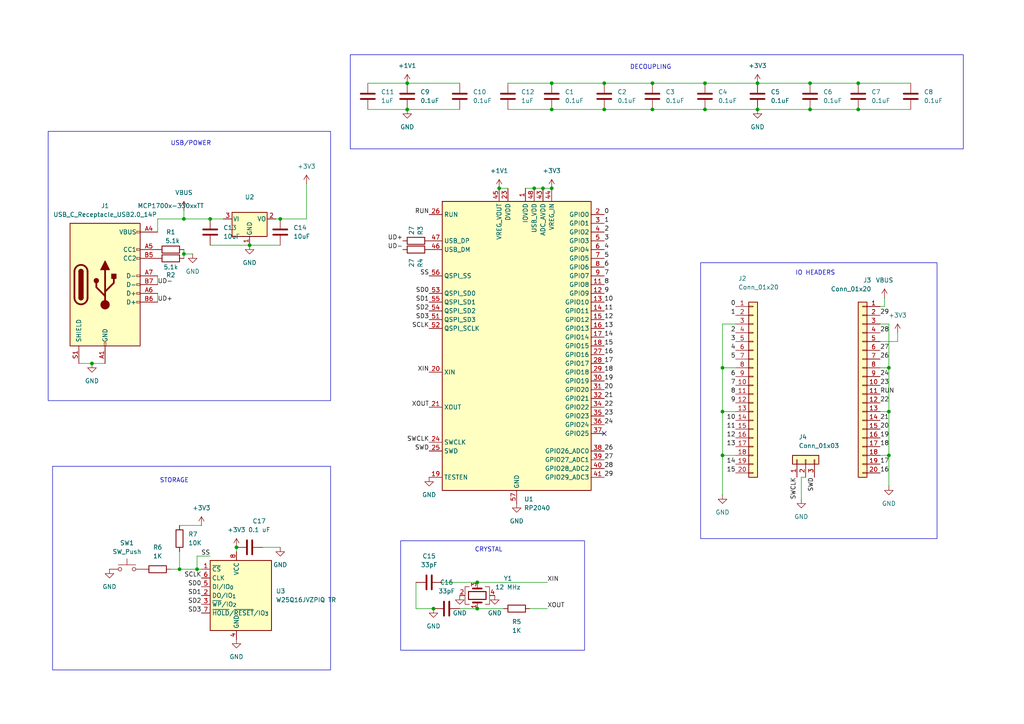
<source format=kicad_sch>
(kicad_sch (version 20250114) (generator "eeschema") (generator_version "9.0")
  (paper "A4")
  (lib_symbols
    (symbol "Connector:USB_C_Receptacle_USB2.0_14P" (pin_names (offset 1.016))
      (property "Reference" "J" (at 0 22.225 0))
      (property "Value" "USB_C_Receptacle_USB2.0_14P" (at 0 19.685 0))
      (symbol "USB_C_Receptacle_USB2.0_14P_0_0"
        (rectangle (start -0.254 -17.78) (end 0.254 -16.764))
        (rectangle (start 10.16 15.494) (end 9.144 14.986))
        (rectangle (start 10.16 10.414) (end 9.144 9.906))
        (rectangle (start 10.16 7.874) (end 9.144 7.366))
        (rectangle (start 10.16 2.794) (end 9.144 2.286))
        (rectangle (start 10.16 0.254) (end 9.144 -0.254))
        (rectangle (start 10.16 -2.286) (end 9.144 -2.794))
        (rectangle (start 10.16 -4.826) (end 9.144 -5.334))
      )
      (symbol "USB_C_Receptacle_USB2.0_14P_0_1"
        (rectangle (start -10.16 17.78) (end 10.16 -17.78) (stroke (width 0.254)) (fill (type background)))
        (polyline (pts (xy -8.89 -3.81) (xy -8.89 3.81)) (stroke (width 0.508)))
        (rectangle (start -7.62 -3.81) (end -6.35 3.81) (stroke (width 0.254)) (fill (type outline)))
        (arc (start -7.62 3.81) (mid -6.985 4.4423) (end -6.35 3.81) (stroke (width 0.254)))
        (arc (start -7.62 3.81) (mid -6.985 4.4423) (end -6.35 3.81) (stroke (width 0.254)) (fill (type outline)))
        (arc (start -8.89 3.81) (mid -6.985 5.7067) (end -5.08 3.81) (stroke (width 0.508)))
        (arc (start -5.08 -3.81) (mid -6.985 -5.7067) (end -8.89 -3.81) (stroke (width 0.508)))
        (arc (start -6.35 -3.81) (mid -6.985 -4.4423) (end -7.62 -3.81) (stroke (width 0.254)))
        (arc (start -6.35 -3.81) (mid -6.985 -4.4423) (end -7.62 -3.81) (stroke (width 0.254)) (fill (type outline)))
        (polyline (pts (xy -5.08 3.81) (xy -5.08 -3.81)) (stroke (width 0.508)))
        (circle (center -2.54 1.143) (radius 0.635) (stroke (width 0.254)) (fill (type outline)))
        (polyline (pts (xy -1.27 4.318) (xy 0 6.858) (xy 1.27 4.318) (xy -1.27 4.318)) (stroke (width 0.254)) (fill (type outline)))
        (polyline (pts (xy 0 -2.032) (xy 2.54 0.508) (xy 2.54 1.778)) (stroke (width 0.508)))
        (polyline (pts (xy 0 -3.302) (xy -2.54 -0.762) (xy -2.54 0.508)) (stroke (width 0.508)))
        (polyline (pts (xy 0 -5.842) (xy 0 4.318)) (stroke (width 0.508)))
        (circle (center 0 -5.842) (radius 1.27) (fill (type outline)))
        (rectangle (start 1.905 1.778) (end 3.175 3.048) (stroke (width 0.254)) (fill (type outline)))
      )
      (symbol "USB_C_Receptacle_USB2.0_14P_1_1"
        (pin passive line (at -7.62 -22.86 90) (length 5.08) (name "SHIELD") (number "S1"))
        (pin passive line (at 0 -22.86 90) (length 5.08) (name "GND") (number "A1"))
        (pin passive line (at 0 -22.86 90) (length 5.08) (hide yes) (name "GND") (number "A12"))
        (pin passive line (at 0 -22.86 90) (length 5.08) (hide yes) (name "GND") (number "B1"))
        (pin passive line (at 0 -22.86 90) (length 5.08) (hide yes) (name "GND") (number "B12"))
        (pin passive line (at 15.24 15.24 180) (length 5.08) (name "VBUS") (number "A4"))
        (pin passive line (at 15.24 15.24 180) (length 5.08) (hide yes) (name "VBUS") (number "A9"))
        (pin passive line (at 15.24 15.24 180) (length 5.08) (hide yes) (name "VBUS") (number "B4"))
        (pin passive line (at 15.24 15.24 180) (length 5.08) (hide yes) (name "VBUS") (number "B9"))
        (pin bidirectional line (at 15.24 10.16 180) (length 5.08) (name "CC1") (number "A5"))
        (pin bidirectional line (at 15.24 7.62 180) (length 5.08) (name "CC2") (number "B5"))
        (pin bidirectional line (at 15.24 2.54 180) (length 5.08) (name "D-") (number "A7"))
        (pin bidirectional line (at 15.24 0 180) (length 5.08) (name "D-") (number "B7"))
        (pin bidirectional line (at 15.24 -2.54 180) (length 5.08) (name "D+") (number "A6"))
        (pin bidirectional line (at 15.24 -5.08 180) (length 5.08) (name "D+") (number "B6"))
      )
    )
    (symbol "Connector_Generic:Conn_01x03" (pin_names (offset 1.016) (hide yes))
      (property "Reference" "J" (at 0 5.08 0))
      (property "Value" "Conn_01x03" (at 0 -5.08 0))
      (symbol "Conn_01x03_1_1"
        (rectangle (start -1.27 3.81) (end 1.27 -3.81) (stroke (width 0.254)) (fill (type background)))
        (rectangle (start -1.27 2.667) (end 0 2.413) (stroke (width 0.1524)))
        (rectangle (start -1.27 0.127) (end 0 -0.127) (stroke (width 0.1524)))
        (rectangle (start -1.27 -2.413) (end 0 -2.667) (stroke (width 0.1524)))
        (pin passive line (at -5.08 2.54 0) (length 3.81) (name "Pin_1") (number "1"))
        (pin passive line (at -5.08 0 0) (length 3.81) (name "Pin_2") (number "2"))
        (pin passive line (at -5.08 -2.54 0) (length 3.81) (name "Pin_3") (number "3"))
      )
    )
    (symbol "Connector_Generic:Conn_01x20" (pin_names (offset 1.016) (hide yes))
      (property "Reference" "J" (at 0 25.4 0))
      (property "Value" "Conn_01x20" (at 0 -27.94 0))
      (symbol "Conn_01x20_1_1"
        (rectangle (start -1.27 24.13) (end 1.27 -26.67) (stroke (width 0.254)) (fill (type background)))
        (rectangle (start -1.27 22.987) (end 0 22.733) (stroke (width 0.1524)))
        (rectangle (start -1.27 20.447) (end 0 20.193) (stroke (width 0.1524)))
        (rectangle (start -1.27 17.907) (end 0 17.653) (stroke (width 0.1524)))
        (rectangle (start -1.27 15.367) (end 0 15.113) (stroke (width 0.1524)))
        (rectangle (start -1.27 12.827) (end 0 12.573) (stroke (width 0.1524)))
        (rectangle (start -1.27 10.287) (end 0 10.033) (stroke (width 0.1524)))
        (rectangle (start -1.27 7.747) (end 0 7.493) (stroke (width 0.1524)))
        (rectangle (start -1.27 5.207) (end 0 4.953) (stroke (width 0.1524)))
        (rectangle (start -1.27 2.667) (end 0 2.413) (stroke (width 0.1524)))
        (rectangle (start -1.27 0.127) (end 0 -0.127) (stroke (width 0.1524)))
        (rectangle (start -1.27 -2.413) (end 0 -2.667) (stroke (width 0.1524)))
        (rectangle (start -1.27 -4.953) (end 0 -5.207) (stroke (width 0.1524)))
        (rectangle (start -1.27 -7.493) (end 0 -7.747) (stroke (width 0.1524)))
        (rectangle (start -1.27 -10.033) (end 0 -10.287) (stroke (width 0.1524)))
        (rectangle (start -1.27 -12.573) (end 0 -12.827) (stroke (width 0.1524)))
        (rectangle (start -1.27 -15.113) (end 0 -15.367) (stroke (width 0.1524)))
        (rectangle (start -1.27 -17.653) (end 0 -17.907) (stroke (width 0.1524)))
        (rectangle (start -1.27 -20.193) (end 0 -20.447) (stroke (width 0.1524)))
        (rectangle (start -1.27 -22.733) (end 0 -22.987) (stroke (width 0.1524)))
        (rectangle (start -1.27 -25.273) (end 0 -25.527) (stroke (width 0.1524)))
        (pin passive line (at -5.08 22.86 0) (length 3.81) (name "Pin_1") (number "1"))
        (pin passive line (at -5.08 20.32 0) (length 3.81) (name "Pin_2") (number "2"))
        (pin passive line (at -5.08 17.78 0) (length 3.81) (name "Pin_3") (number "3"))
        (pin passive line (at -5.08 15.24 0) (length 3.81) (name "Pin_4") (number "4"))
        (pin passive line (at -5.08 12.7 0) (length 3.81) (name "Pin_5") (number "5"))
        (pin passive line (at -5.08 10.16 0) (length 3.81) (name "Pin_6") (number "6"))
        (pin passive line (at -5.08 7.62 0) (length 3.81) (name "Pin_7") (number "7"))
        (pin passive line (at -5.08 5.08 0) (length 3.81) (name "Pin_8") (number "8"))
        (pin passive line (at -5.08 2.54 0) (length 3.81) (name "Pin_9") (number "9"))
        (pin passive line (at -5.08 0 0) (length 3.81) (name "Pin_10") (number "10"))
        (pin passive line (at -5.08 -2.54 0) (length 3.81) (name "Pin_11") (number "11"))
        (pin passive line (at -5.08 -5.08 0) (length 3.81) (name "Pin_12") (number "12"))
        (pin passive line (at -5.08 -7.62 0) (length 3.81) (name "Pin_13") (number "13"))
        (pin passive line (at -5.08 -10.16 0) (length 3.81) (name "Pin_14") (number "14"))
        (pin passive line (at -5.08 -12.7 0) (length 3.81) (name "Pin_15") (number "15"))
        (pin passive line (at -5.08 -15.24 0) (length 3.81) (name "Pin_16") (number "16"))
        (pin passive line (at -5.08 -17.78 0) (length 3.81) (name "Pin_17") (number "17"))
        (pin passive line (at -5.08 -20.32 0) (length 3.81) (name "Pin_18") (number "18"))
        (pin passive line (at -5.08 -22.86 0) (length 3.81) (name "Pin_19") (number "19"))
        (pin passive line (at -5.08 -25.4 0) (length 3.81) (name "Pin_20") (number "20"))
      )
    )
    (symbol "Device:C" (pin_numbers (hide yes)) (pin_names (offset 0.254))
      (property "Reference" "C" (at 0.635 2.54 0))
      (property "Value" "C" (at 0.635 -2.54 0))
      (symbol "C_0_1"
        (polyline (pts (xy -2.032 0.762) (xy 2.032 0.762)) (stroke (width 0.508)))
        (polyline (pts (xy -2.032 -0.762) (xy 2.032 -0.762)) (stroke (width 0.508)))
      )
      (symbol "C_1_1"
        (pin passive line (at 0 3.81 270) (length 2.794) (name "~") (number "1"))
        (pin passive line (at 0 -3.81 90) (length 2.794) (name "~") (number "2"))
      )
    )
    (symbol "Device:Crystal_GND24" (pin_names (offset 1.016) (hide yes))
      (property "Reference" "Y" (at 3.175 5.08 0))
      (property "Value" "Crystal_GND24" (at 3.175 3.175 0))
      (symbol "Crystal_GND24_0_1"
        (polyline (pts (xy -2.54 2.286) (xy -2.54 3.556) (xy 2.54 3.556) (xy 2.54 2.286)))
        (polyline (pts (xy -2.54 0) (xy -2.032 0)))
        (polyline (pts (xy -2.54 -2.286) (xy -2.54 -3.556) (xy 2.54 -3.556) (xy 2.54 -2.286)))
        (polyline (pts (xy -2.032 -1.27) (xy -2.032 1.27)) (stroke (width 0.508)))
        (rectangle (start -1.143 2.54) (end 1.143 -2.54) (stroke (width 0.3048)))
        (polyline (pts (xy 0 3.556) (xy 0 3.81)))
        (polyline (pts (xy 0 -3.81) (xy 0 -3.556)))
        (polyline (pts (xy 2.032 0) (xy 2.54 0)))
        (polyline (pts (xy 2.032 -1.27) (xy 2.032 1.27)) (stroke (width 0.508)))
      )
      (symbol "Crystal_GND24_1_1"
        (pin passive line (at -3.81 0 0) (length 1.27) (name "1") (number "1"))
        (pin passive line (at 0 5.08 270) (length 1.27) (name "2") (number "2"))
        (pin passive line (at 0 -5.08 90) (length 1.27) (name "4") (number "4"))
        (pin passive line (at 3.81 0 180) (length 1.27) (name "3") (number "3"))
      )
    )
    (symbol "Device:R" (pin_numbers (hide yes)) (pin_names (offset 0))
      (property "Reference" "R" (at 2.032 0 90))
      (property "Value" "R" (at 0 0 90))
      (symbol "R_0_1"
        (rectangle (start -1.016 -2.54) (end 1.016 2.54) (stroke (width 0.254)))
      )
      (symbol "R_1_1"
        (pin passive line (at 0 3.81 270) (length 1.27) (name "~") (number "1"))
        (pin passive line (at 0 -3.81 90) (length 1.27) (name "~") (number "2"))
      )
    )
    (symbol "MCU_RaspberryPi:RP2040"
      (property "Reference" "U" (at 17.78 45.72 0))
      (property "Value" "RP2040" (at 17.78 43.18 0))
      (symbol "RP2040_0_1"
        (rectangle (start -21.59 41.91) (end 21.59 -41.91) (stroke (width 0.254)) (fill (type background)))
      )
      (symbol "RP2040_1_1"
        (pin input line (at -25.4 38.1 0) (length 3.81) (name "RUN") (number "26"))
        (pin bidirectional line (at -25.4 30.48 0) (length 3.81) (name "USB_DP") (number "47"))
        (pin bidirectional line (at -25.4 27.94 0) (length 3.81) (name "USB_DM") (number "46"))
        (pin bidirectional line (at -25.4 20.32 0) (length 3.81) (name "QSPI_SS") (number "56"))
        (pin bidirectional line (at -25.4 15.24 0) (length 3.81) (name "QSPI_SD0") (number "53"))
        (pin bidirectional line (at -25.4 12.7 0) (length 3.81) (name "QSPI_SD1") (number "55"))
        (pin bidirectional line (at -25.4 10.16 0) (length 3.81) (name "QSPI_SD2") (number "54"))
        (pin bidirectional line (at -25.4 7.62 0) (length 3.81) (name "QSPI_SD3") (number "51"))
        (pin output line (at -25.4 5.08 0) (length 3.81) (name "QSPI_SCLK") (number "52"))
        (pin input line (at -25.4 -7.62 0) (length 3.81) (name "XIN") (number "20"))
        (pin passive line (at -25.4 -17.78 0) (length 3.81) (name "XOUT") (number "21"))
        (pin input line (at -25.4 -27.94 0) (length 3.81) (name "SWCLK") (number "24"))
        (pin bidirectional line (at -25.4 -30.48 0) (length 3.81) (name "SWD") (number "25"))
        (pin input line (at -25.4 -38.1 0) (length 3.81) (name "TESTEN") (number "19"))
        (pin power_out line (at -5.08 45.72 270) (length 3.81) (name "VREG_VOUT") (number "45"))
        (pin power_in line (at -2.54 45.72 270) (length 3.81) (name "DVDD") (number "23"))
        (pin passive line (at -2.54 45.72 270) (length 3.81) (hide yes) (name "DVDD") (number "50"))
        (pin power_in line (at 0 -45.72 90) (length 3.81) (name "GND") (number "57"))
        (pin power_in line (at 2.54 45.72 270) (length 3.81) (name "IOVDD") (number "1"))
        (pin passive line (at 2.54 45.72 270) (length 3.81) (hide yes) (name "IOVDD") (number "10"))
        (pin passive line (at 2.54 45.72 270) (length 3.81) (hide yes) (name "IOVDD") (number "22"))
        (pin passive line (at 2.54 45.72 270) (length 3.81) (hide yes) (name "IOVDD") (number "33"))
        (pin passive line (at 2.54 45.72 270) (length 3.81) (hide yes) (name "IOVDD") (number "42"))
        (pin passive line (at 2.54 45.72 270) (length 3.81) (hide yes) (name "IOVDD") (number "49"))
        (pin power_in line (at 5.08 45.72 270) (length 3.81) (name "USB_VDD") (number "48"))
        (pin power_in line (at 7.62 45.72 270) (length 3.81) (name "ADC_AVDD") (number "43"))
        (pin power_in line (at 10.16 45.72 270) (length 3.81) (name "VREG_IN") (number "44"))
        (pin bidirectional line (at 25.4 38.1 180) (length 3.81) (name "GPIO0") (number "2"))
        (pin bidirectional line (at 25.4 35.56 180) (length 3.81) (name "GPIO1") (number "3"))
        (pin bidirectional line (at 25.4 33.02 180) (length 3.81) (name "GPIO2") (number "4"))
        (pin bidirectional line (at 25.4 30.48 180) (length 3.81) (name "GPIO3") (number "5"))
        (pin bidirectional line (at 25.4 27.94 180) (length 3.81) (name "GPIO4") (number "6"))
        (pin bidirectional line (at 25.4 25.4 180) (length 3.81) (name "GPIO5") (number "7"))
        (pin bidirectional line (at 25.4 22.86 180) (length 3.81) (name "GPIO6") (number "8"))
        (pin bidirectional line (at 25.4 20.32 180) (length 3.81) (name "GPIO7") (number "9"))
        (pin bidirectional line (at 25.4 17.78 180) (length 3.81) (name "GPIO8") (number "11"))
        (pin bidirectional line (at 25.4 15.24 180) (length 3.81) (name "GPIO9") (number "12"))
        (pin bidirectional line (at 25.4 12.7 180) (length 3.81) (name "GPIO10") (number "13"))
        (pin bidirectional line (at 25.4 10.16 180) (length 3.81) (name "GPIO11") (number "14"))
        (pin bidirectional line (at 25.4 7.62 180) (length 3.81) (name "GPIO12") (number "15"))
        (pin bidirectional line (at 25.4 5.08 180) (length 3.81) (name "GPIO13") (number "16"))
        (pin bidirectional line (at 25.4 2.54 180) (length 3.81) (name "GPIO14") (number "17"))
        (pin bidirectional line (at 25.4 0 180) (length 3.81) (name "GPIO15") (number "18"))
        (pin bidirectional line (at 25.4 -2.54 180) (length 3.81) (name "GPIO16") (number "27"))
        (pin bidirectional line (at 25.4 -5.08 180) (length 3.81) (name "GPIO17") (number "28"))
        (pin bidirectional line (at 25.4 -7.62 180) (length 3.81) (name "GPIO18") (number "29"))
        (pin bidirectional line (at 25.4 -10.16 180) (length 3.81) (name "GPIO19") (number "30"))
        (pin bidirectional line (at 25.4 -12.7 180) (length 3.81) (name "GPIO20") (number "31"))
        (pin bidirectional line (at 25.4 -15.24 180) (length 3.81) (name "GPIO21") (number "32"))
        (pin bidirectional line (at 25.4 -17.78 180) (length 3.81) (name "GPIO22") (number "34"))
        (pin bidirectional line (at 25.4 -20.32 180) (length 3.81) (name "GPIO23") (number "35"))
        (pin bidirectional line (at 25.4 -22.86 180) (length 3.81) (name "GPIO24") (number "36"))
        (pin bidirectional line (at 25.4 -25.4 180) (length 3.81) (name "GPIO25") (number "37"))
        (pin bidirectional line (at 25.4 -30.48 180) (length 3.81) (name "GPIO26_ADC0") (number "38"))
        (pin bidirectional line (at 25.4 -33.02 180) (length 3.81) (name "GPIO27_ADC1") (number "39"))
        (pin bidirectional line (at 25.4 -35.56 180) (length 3.81) (name "GPIO28_ADC2") (number "40"))
        (pin bidirectional line (at 25.4 -38.1 180) (length 3.81) (name "GPIO29_ADC3") (number "41"))
      )
    )
    (symbol "Memory_Flash:W25Q128JVS"
      (property "Reference" "U" (at -6.35 11.43 0))
      (property "Value" "W25Q128JVS" (at 7.62 11.43 0))
      (symbol "W25Q128JVS_0_1"
        (rectangle (start -7.62 10.16) (end 10.16 -10.16) (stroke (width 0.254)) (fill (type background)))
      )
      (symbol "W25Q128JVS_1_1"
        (pin input line (at -10.16 7.62 0) (length 2.54) (name "~{CS}") (number "1"))
        (pin input line (at -10.16 5.08 0) (length 2.54) (name "CLK") (number "6"))
        (pin bidirectional line (at -10.16 2.54 0) (length 2.54) (name "DI/IO_{0}") (number "5"))
        (pin bidirectional line (at -10.16 0 0) (length 2.54) (name "DO/IO_{1}") (number "2"))
        (pin bidirectional line (at -10.16 -2.54 0) (length 2.54) (name "~{WP}/IO_{2}") (number "3"))
        (pin bidirectional line (at -10.16 -5.08 0) (length 2.54) (name "~{HOLD}/~{RESET}/IO_{3}") (number "7"))
        (pin power_in line (at 0 12.7 270) (length 2.54) (name "VCC") (number "8"))
        (pin power_in line (at 0 -12.7 90) (length 2.54) (name "GND") (number "4"))
      )
    )
    (symbol "Regulator_Linear:MCP1700x-330xxTT" (pin_names (offset 0.254))
      (property "Reference" "U" (at -3.81 3.175 0))
      (property "Value" "MCP1700x-330xxTT" (at 0 3.175 0))
      (symbol "MCP1700x-330xxTT_0_1"
        (rectangle (start -5.08 1.905) (end 5.08 -5.08) (stroke (width 0.254)) (fill (type background)))
      )
      (symbol "MCP1700x-330xxTT_1_1"
        (pin power_in line (at -7.62 0 0) (length 2.54) (name "VI") (number "3"))
        (pin power_in line (at 0 -7.62 90) (length 2.54) (name "GND") (number "1"))
        (pin power_out line (at 7.62 0 180) (length 2.54) (name "VO") (number "2"))
      )
    )
    (symbol "Switch:SW_Push" (pin_numbers (hide yes)) (pin_names (offset 1.016) (hide yes))
      (property "Reference" "SW" (at 1.27 2.54 0))
      (property "Value" "SW_Push" (at 0 -1.524 0))
      (symbol "SW_Push_0_1"
        (circle (center -2.032 0) (radius 0.508))
        (polyline (pts (xy 0 1.27) (xy 0 3.048)))
        (circle (center 2.032 0) (radius 0.508))
        (polyline (pts (xy 2.54 1.27) (xy -2.54 1.27)))
        (pin passive line (at -5.08 0 0) (length 2.54) (name "1") (number "1"))
        (pin passive line (at 5.08 0 180) (length 2.54) (name "2") (number "2"))
      )
    )
    (symbol "power:+1V1" (power) (pin_numbers (hide yes)) (pin_names (offset 0) (hide yes))
      (property "Value" "+1V1" (at 0 3.556 0))
      (symbol "+1V1_0_1"
        (polyline (pts (xy -0.762 1.27) (xy 0 2.54)))
        (polyline (pts (xy 0 2.54) (xy 0.762 1.27)))
        (polyline (pts (xy 0 0) (xy 0 2.54)))
      )
      (symbol "+1V1_1_1"
        (pin power_in line (at 0 0 90) (length 0) (name "~") (number "1"))
      )
    )
    (symbol "power:+3V3" (power) (pin_numbers (hide yes)) (pin_names (offset 0) (hide yes))
      (property "Value" "+3V3" (at 0 3.556 0))
      (symbol "+3V3_0_1"
        (polyline (pts (xy -0.762 1.27) (xy 0 2.54)))
        (polyline (pts (xy 0 2.54) (xy 0.762 1.27)))
        (polyline (pts (xy 0 0) (xy 0 2.54)))
      )
      (symbol "+3V3_1_1"
        (pin power_in line (at 0 0 90) (length 0) (name "~") (number "1"))
      )
    )
    (symbol "power:GND" (power) (pin_numbers (hide yes)) (pin_names (offset 0) (hide yes))
      (property "Value" "GND" (at 0 -3.81 0))
      (symbol "GND_0_1"
        (polyline (pts (xy 0 0) (xy 0 -1.27) (xy 1.27 -1.27) (xy 0 -2.54) (xy -1.27 -1.27) (xy 0 -1.27)))
      )
      (symbol "GND_1_1"
        (pin power_in line (at 0 0 270) (length 0) (name "~") (number "1"))
      )
    )
    (symbol "power:VBUS" (power) (pin_numbers (hide yes)) (pin_names (offset 0) (hide yes))
      (property "Value" "VBUS" (at 0 3.556 0))
      (symbol "VBUS_0_1"
        (polyline (pts (xy -0.762 1.27) (xy 0 2.54)))
        (polyline (pts (xy 0 2.54) (xy 0.762 1.27)))
        (polyline (pts (xy 0 0) (xy 0 2.54)))
      )
      (symbol "VBUS_1_1"
        (pin power_in line (at 0 0 90) (length 0) (name "~") (number "1"))
      )
    )
  )
  (rectangle (start 101.6 15.875) (end 279.4 43.18))
  (rectangle (start 203.2 76.2) (end 271.78 156.21))
  (rectangle (start 13.97 38.1) (end 95.885 116.205))
  (rectangle (start 15.24 135.255) (end 95.885 194.31))
  (rectangle (start 116.205 156.845) (end 169.545 188.595))
  (text "CRYSTAL\n" (at 141.732 159.512 0) (effects (font (size 1.27 1.27))))
  (text "DECOUPLING" (at 188.722 19.558 0) (effects (font (size 1.27 1.27))))
  (text "IO HEADERS\n\n" (at 236.474 80.264 0) (effects (font (size 1.27 1.27))))
  (text "USB/POWER\n" (at 55.372 41.656 0) (effects (font (size 1.27 1.27))))
  (text "STORAGE" (at 50.546 139.446 0) (effects (font (size 1.27 1.27))))
  (junction (at 189.23 31.75))
  (junction (at 138.43 176.53))
  (junction (at 53.34 73.66))
  (junction (at 118.11 31.75))
  (junction (at 154.94 54.61))
  (junction (at 248.92 24.13))
  (junction (at 209.55 119.38))
  (junction (at 138.43 168.91))
  (junction (at 157.48 54.61))
  (junction (at 72.39 71.12))
  (junction (at 125.73 176.53))
  (junction (at 189.23 24.13))
  (junction (at 204.47 31.75))
  (junction (at 234.95 31.75))
  (junction (at 204.47 24.13))
  (junction (at 160.02 31.75))
  (junction (at 26.67 105.41))
  (junction (at 68.58 158.75))
  (junction (at 160.02 54.61))
  (junction (at 209.55 106.68))
  (junction (at 53.34 63.5))
  (junction (at 257.81 106.68))
  (junction (at 144.78 54.61))
  (junction (at 257.81 119.38))
  (junction (at 209.55 132.08))
  (junction (at 57.15 165.1))
  (junction (at 248.92 31.75))
  (junction (at 219.71 31.75))
  (junction (at 60.96 63.5))
  (junction (at 175.26 24.13))
  (junction (at 118.11 24.13))
  (junction (at 257.81 132.08))
  (junction (at 160.02 24.13))
  (junction (at 52.07 165.1))
  (junction (at 175.26 31.75))
  (junction (at 219.71 24.13))
  (junction (at 81.28 63.5))
  (junction (at 234.95 24.13))
  (no_connect (at 175.26 125.73))
  (wire (pts (xy 53.34 73.66) (xy 55.88 73.66)))
  (wire (pts (xy 234.95 24.13) (xy 248.92 24.13)))
  (wire (pts (xy 209.55 132.08) (xy 213.36 132.08)))
  (wire (pts (xy 106.68 31.75) (xy 118.11 31.75)))
  (wire (pts (xy 118.11 31.75) (xy 133.35 31.75)))
  (wire (pts (xy 88.9 53.34) (xy 88.9 63.5)))
  (wire (pts (xy 72.39 71.12) (xy 81.28 71.12)))
  (wire (pts (xy 22.86 105.41) (xy 26.67 105.41)))
  (wire (pts (xy 128.27 168.91) (xy 138.43 168.91)))
  (wire (pts (xy 255.27 132.08) (xy 257.81 132.08)))
  (wire (pts (xy 209.55 119.38) (xy 209.55 132.08)))
  (wire (pts (xy 257.81 106.68) (xy 257.81 119.38)))
  (wire (pts (xy 175.26 31.75) (xy 189.23 31.75)))
  (wire (pts (xy 57.15 161.29) (xy 57.15 165.1)))
  (wire (pts (xy 204.47 31.75) (xy 219.71 31.75)))
  (wire (pts (xy 53.34 63.5) (xy 60.96 63.5)))
  (wire (pts (xy 144.78 54.61) (xy 147.32 54.61)))
  (wire (pts (xy 52.07 160.02) (xy 52.07 165.1)))
  (wire (pts (xy 57.15 165.1) (xy 58.42 165.1)))
  (wire (pts (xy 125.73 176.53) (xy 120.65 176.53)))
  (wire (pts (xy 118.11 24.13) (xy 133.35 24.13)))
  (wire (pts (xy 255.27 106.68) (xy 257.81 106.68)))
  (wire (pts (xy 147.32 31.75) (xy 160.02 31.75)))
  (wire (pts (xy 232.41 138.43) (xy 233.68 138.43)))
  (wire (pts (xy 189.23 24.13) (xy 204.47 24.13)))
  (wire (pts (xy 255.27 99.06) (xy 260.35 99.06)))
  (wire (pts (xy 257.81 93.98) (xy 257.81 106.68)))
  (wire (pts (xy 53.34 60.96) (xy 53.34 63.5)))
  (wire (pts (xy 255.27 93.98) (xy 257.81 93.98)))
  (wire (pts (xy 256.54 88.9) (xy 255.27 88.9)))
  (wire (pts (xy 45.72 67.31) (xy 45.72 63.5)))
  (wire (pts (xy 60.96 161.29) (xy 57.15 161.29)))
  (wire (pts (xy 53.34 73.66) (xy 53.34 74.93)))
  (wire (pts (xy 209.55 132.08) (xy 209.55 143.51)))
  (wire (pts (xy 219.71 24.13) (xy 234.95 24.13)))
  (wire (pts (xy 209.55 106.68) (xy 209.55 119.38)))
  (wire (pts (xy 60.96 63.5) (xy 64.77 63.5)))
  (wire (pts (xy 53.34 72.39) (xy 53.34 73.66)))
  (wire (pts (xy 257.81 119.38) (xy 257.81 132.08)))
  (wire (pts (xy 209.55 119.38) (xy 213.36 119.38)))
  (wire (pts (xy 45.72 80.01) (xy 45.72 82.55)))
  (wire (pts (xy 52.07 152.4) (xy 58.42 152.4)))
  (wire (pts (xy 147.32 24.13) (xy 160.02 24.13)))
  (wire (pts (xy 248.92 24.13) (xy 264.16 24.13)))
  (wire (pts (xy 234.95 31.75) (xy 248.92 31.75)))
  (wire (pts (xy 160.02 31.75) (xy 175.26 31.75)))
  (wire (pts (xy 209.55 93.98) (xy 209.55 106.68)))
  (wire (pts (xy 81.28 63.5) (xy 88.9 63.5)))
  (wire (pts (xy 209.55 106.68) (xy 213.36 106.68)))
  (wire (pts (xy 133.35 176.53) (xy 138.43 176.53)))
  (wire (pts (xy 153.67 176.53) (xy 158.75 176.53)))
  (wire (pts (xy 26.67 105.41) (xy 30.48 105.41)))
  (wire (pts (xy 175.26 24.13) (xy 189.23 24.13)))
  (wire (pts (xy 80.01 63.5) (xy 81.28 63.5)))
  (wire (pts (xy 52.07 165.1) (xy 57.15 165.1)))
  (wire (pts (xy 49.53 165.1) (xy 52.07 165.1)))
  (wire (pts (xy 255.27 119.38) (xy 257.81 119.38)))
  (wire (pts (xy 257.81 132.08) (xy 257.81 140.97)))
  (wire (pts (xy 76.2 158.75) (xy 81.28 158.75)))
  (wire (pts (xy 219.71 31.75) (xy 234.95 31.75)))
  (wire (pts (xy 68.58 158.75) (xy 68.58 160.02)))
  (wire (pts (xy 204.47 24.13) (xy 219.71 24.13)))
  (wire (pts (xy 45.72 85.09) (xy 45.72 87.63)))
  (wire (pts (xy 248.92 31.75) (xy 264.16 31.75)))
  (wire (pts (xy 138.43 168.91) (xy 158.75 168.91)))
  (wire (pts (xy 260.35 96.52) (xy 260.35 99.06)))
  (wire (pts (xy 152.4 54.61) (xy 154.94 54.61)))
  (wire (pts (xy 232.41 138.43) (xy 232.41 144.78)))
  (wire (pts (xy 106.68 24.13) (xy 118.11 24.13)))
  (wire (pts (xy 160.02 24.13) (xy 175.26 24.13)))
  (wire (pts (xy 189.23 31.75) (xy 204.47 31.75)))
  (wire (pts (xy 138.43 176.53) (xy 146.05 176.53)))
  (wire (pts (xy 256.54 86.36) (xy 256.54 88.9)))
  (wire (pts (xy 213.36 93.98) (xy 209.55 93.98)))
  (wire (pts (xy 45.72 63.5) (xy 53.34 63.5)))
  (wire (pts (xy 60.96 71.12) (xy 72.39 71.12)))
  (wire (pts (xy 120.65 168.91) (xy 120.65 176.53)))
  (wire (pts (xy 154.94 54.61) (xy 157.48 54.61)))
  (wire (pts (xy 157.48 54.61) (xy 160.02 54.61)))
  (label "19" (at 175.26 110.49 0))
  (label "9" (at 213.36 116.84 180))
  (label "22" (at 255.27 116.84 0))
  (label "12" (at 213.36 127 180))
  (label "1" (at 213.36 91.44 180))
  (label "2" (at 213.36 96.52 180))
  (label "SD0" (at 124.46 85.09 180))
  (label "SD3" (at 124.46 92.71 180))
  (label "8" (at 175.26 82.55 0))
  (label "XIN" (at 124.46 107.95 180))
  (label "15" (at 175.26 100.33 0))
  (label "0" (at 213.36 88.9 180))
  (label "SS" (at 124.46 80.01 180))
  (label "27" (at 255.27 101.6 0))
  (label "20" (at 255.27 124.46 0))
  (label "17" (at 255.27 134.62 0))
  (label "XIN" (at 158.75 168.91 0))
  (label "5" (at 175.26 74.93 0))
  (label "20" (at 175.26 113.03 0))
  (label "23" (at 175.26 120.65 0))
  (label "10" (at 175.26 87.63 0))
  (label "UD-" (at 45.72 82.55 0))
  (label "11" (at 175.26 90.17 0))
  (label "27" (at 175.26 133.35 0))
  (label "6" (at 213.36 109.22 180))
  (label "26" (at 255.27 104.14 0))
  (label "21" (at 255.27 121.92 0))
  (label "XOUT" (at 124.46 118.11 180))
  (label "SWD" (at 124.46 130.81 180))
  (label "18" (at 255.27 129.54 0))
  (label "0" (at 175.26 62.23 0))
  (label "10" (at 213.36 121.92 180))
  (label "23" (at 255.27 111.76 0))
  (label "1" (at 175.26 64.77 0))
  (label "SCLK" (at 124.46 95.25 180))
  (label "8" (at 213.36 114.3 180))
  (label "UD+" (at 45.72 87.63 0))
  (label "SD2" (at 58.42 175.26 180))
  (label "SCLK" (at 58.42 167.64 180))
  (label "13" (at 175.26 95.25 0))
  (label "14" (at 213.36 134.62 180))
  (label "15" (at 213.36 137.16 180))
  (label "17" (at 175.26 105.41 0))
  (label "SD3" (at 58.42 177.8 180))
  (label "22" (at 175.26 118.11 0))
  (label "6" (at 175.26 77.47 0))
  (label "3" (at 213.36 99.06 180))
  (label "26" (at 175.26 130.81 0))
  (label "SWD" (at 236.22 138.43 270))
  (label "12" (at 175.26 92.71 0))
  (label "9" (at 175.26 85.09 0))
  (label "SWCLK" (at 124.46 128.27 180))
  (label "5" (at 213.36 104.14 180))
  (label "21" (at 175.26 115.57 0))
  (label "SD1" (at 58.42 172.72 180))
  (label "29" (at 175.26 138.43 0))
  (label "24" (at 255.27 109.22 0))
  (label "16" (at 175.26 102.87 0))
  (label "16" (at 255.27 137.16 0))
  (label "24" (at 175.26 123.19 0))
  (label "UD+" (at 116.84 69.85 180))
  (label "28" (at 255.27 96.52 0))
  (label "13" (at 213.36 129.54 180))
  (label "2" (at 175.26 67.31 0))
  (label "19" (at 255.27 127 0))
  (label "UD-" (at 116.84 72.39 180))
  (label "SWCLK" (at 231.14 138.43 270))
  (label "SD1" (at 124.46 87.63 180))
  (label "SS" (at 60.96 161.29 180))
  (label "4" (at 213.36 101.6 180))
  (label "7" (at 175.26 80.01 0))
  (label "XOUT" (at 158.75 176.53 0))
  (label "7" (at 213.36 111.76 180))
  (label "28" (at 175.26 135.89 0))
  (label "14" (at 175.26 97.79 0))
  (label "29" (at 255.27 91.44 0))
  (label "SD0" (at 58.42 170.18 180))
  (label "18" (at 175.26 107.95 0))
  (label "RUN" (at 255.27 114.3 0))
  (label "RUN" (at 124.46 62.23 180))
  (label "3" (at 175.26 69.85 0))
  (label "11" (at 213.36 124.46 180))
  (label "SD2" (at 124.46 90.17 180))
  (label "4" (at 175.26 72.39 0))
  (symbol (lib_id "power:GND") (at 26.67 105.41 0) (unit 1)
    (property "Reference" "#PWR08" (effects (hide yes)))
    (property "Value" "GND" (at 26.67 110.49 0))
    (property "Description" "Power symbol creates a global label with name \"GND\" , ground" (effects (hide yes)))
  )
  (symbol (lib_id "Device:R") (at 49.53 74.93 90) (unit 1)
    (property "Reference" "R2" (at 49.53 79.756 90))
    (property "Value" "5.1k" (at 49.53 77.47 90))
    (property "Footprint" "Resistor_SMD:R_0402_1005Metric" (effects (hide yes)))
    (property "Description" "Resistor" (effects (hide yes)))
  )
  (symbol (lib_id "power:+3V3") (at 88.9 53.34 0) (unit 1)
    (property "Reference" "#PWR011" (effects (hide yes)))
    (property "Value" "+3V3" (at 88.9 48.26 0))
    (property "Description" "Power symbol creates a global label with name \"+3V3\"" (effects (hide yes)))
  )
  (symbol (lib_id "Device:C") (at 106.68 27.94 0) (unit 1)
    (property "Reference" "C11" (at 110.49 26.6699 0) (effects (justify left)))
    (property "Value" "1uF" (at 110.49 29.2099 0) (effects (justify left)))
    (property "Footprint" "Capacitor_SMD:C_0402_1005Metric" (effects (hide yes)))
    (property "Description" "Unpolarized capacitor" (effects (hide yes)))
  )
  (symbol (lib_id "Memory_Flash:W25Q128JVS") (at 68.58 172.72 0) (unit 1)
    (property "Reference" "U3" (at 80.01 171.4499 0) (effects (justify left)))
    (property "Value" "W25Q16JVZPIQ TR" (at 80.01 173.9899 0) (effects (justify left)))
    (property "Footprint" "Package_SON:Winbond_USON-8-1EP_3x2mm_P0.5mm_EP0.2x1.6mm" (effects (hide yes)))
    (property "Datasheet" "https://www.winbond.com/resource-files/w25q128jv_dtr%20revc%2003272018%20plus.pdf" (effects (hide yes)))
    (property "Description" "128Mbit / 16MiB Serial Flash Memory, Standard/Dual/Quad SPI, 2.7-3.6V, SOIC-8" (effects (hide yes)))
  )
  (symbol (lib_id "Device:C") (at 118.11 27.94 0) (unit 1)
    (property "Reference" "C9" (at 121.92 26.6699 0) (effects (justify left)))
    (property "Value" "0.1uF" (at 121.92 29.2099 0) (effects (justify left)))
    (property "Footprint" "Capacitor_SMD:C_0402_1005Metric" (effects (hide yes)))
    (property "Description" "Unpolarized capacitor" (effects (hide yes)))
  )
  (symbol (lib_id "Regulator_Linear:MCP1700x-330xxTT") (at 72.39 63.5 0) (unit 1)
    (property "Reference" "U2" (at 72.39 57.15 0))
    (property "Value" "MCP1700x-330xxTT" (at 49.53 59.69 0))
    (property "Footprint" "Package_TO_SOT_SMD:SOT-23" (effects (hide yes)))
    (property "Datasheet" "http://ww1.microchip.com/downloads/en/DeviceDoc/20001826D.pdf" (effects (hide yes)))
    (property "Description" "250mA Low Quiscent Current LDO, 3.3V output, SOT-23" (effects (hide yes)))
  )
  (symbol (lib_id "Device:R") (at 149.86 176.53 90) (unit 1)
    (property "Reference" "R5" (at 149.86 180.34 90))
    (property "Value" "1K" (at 149.86 182.88 90))
    (property "Footprint" "Resistor_SMD:R_0402_1005Metric" (effects (hide yes)))
    (property "Description" "Resistor" (effects (hide yes)))
  )
  (symbol (lib_id "Device:C") (at 81.28 67.31 0) (unit 1)
    (property "Reference" "C14" (at 85.09 66.0399 0) (effects (justify left)))
    (property "Value" "10uF" (at 85.09 68.5799 0) (effects (justify left)))
    (property "Footprint" "Capacitor_SMD:C_0402_1005Metric" (effects (hide yes)))
    (property "Description" "Unpolarized capacitor" (effects (hide yes)))
  )
  (symbol (lib_id "power:GND") (at 209.55 143.51 0) (unit 1)
    (property "Reference" "#PWR023" (effects (hide yes)))
    (property "Value" "GND" (at 209.55 148.59 0))
    (property "Description" "Power symbol creates a global label with name \"GND\" , ground" (effects (hide yes)))
  )
  (symbol (lib_id "Switch:SW_Push") (at 36.83 165.1 0) (unit 1)
    (property "Reference" "SW1" (at 36.83 157.48 0))
    (property "Value" "SW_Push" (at 36.83 160.02 0))
    (property "Footprint" "Button_Switch_SMD:SW_Push_SPST_NO_Alps_SKRK" (effects (hide yes)))
    (property "Description" "Push button switch, generic, two pins" (effects (hide yes)))
  )
  (symbol (lib_id "power:GND") (at 125.73 176.53 0) (unit 1)
    (property "Reference" "#PWR012" (effects (hide yes)))
    (property "Value" "GND" (at 125.73 181.61 0))
    (property "Description" "Power symbol creates a global label with name \"GND\" , ground" (effects (hide yes)))
  )
  (symbol (lib_id "Device:C") (at 189.23 27.94 0) (unit 1)
    (property "Reference" "C3" (at 193.04 26.6699 0) (effects (justify left)))
    (property "Value" "0.1uF" (at 193.04 29.2099 0) (effects (justify left)))
    (property "Footprint" "Capacitor_SMD:C_0402_1005Metric" (effects (hide yes)))
    (property "Description" "Unpolarized capacitor" (effects (hide yes)))
  )
  (symbol (lib_id "Device:C") (at 147.32 27.94 0) (unit 1)
    (property "Reference" "C12" (at 151.13 26.6699 0) (effects (justify left)))
    (property "Value" "1uF" (at 151.13 29.2099 0) (effects (justify left)))
    (property "Footprint" "Capacitor_SMD:C_0402_1005Metric" (effects (hide yes)))
    (property "Description" "Unpolarized capacitor" (effects (hide yes)))
  )
  (symbol (lib_id "Device:C") (at 60.96 67.31 0) (unit 1)
    (property "Reference" "C13" (at 64.77 66.0399 0) (effects (justify left)))
    (property "Value" "10uF" (at 64.77 68.5799 0) (effects (justify left)))
    (property "Footprint" "Capacitor_SMD:C_0402_1005Metric" (effects (hide yes)))
    (property "Description" "Unpolarized capacitor" (effects (hide yes)))
  )
  (symbol (lib_id "Device:R") (at 45.72 165.1 90) (unit 1)
    (property "Reference" "R6" (at 45.72 158.75 90))
    (property "Value" "1K" (at 45.72 161.29 90))
    (property "Footprint" "Resistor_SMD:R_0402_1005Metric" (effects (hide yes)))
    (property "Description" "Resistor" (effects (hide yes)))
  )
  (symbol (lib_id "power:GND") (at 72.39 71.12 0) (unit 1)
    (property "Reference" "#PWR010" (effects (hide yes)))
    (property "Value" "GND" (at 72.39 76.2 0))
    (property "Description" "Power symbol creates a global label with name \"GND\" , ground" (effects (hide yes)))
  )
  (symbol (lib_id "Device:R") (at 120.65 69.85 270) (unit 1)
    (property "Reference" "R3" (at 121.92 65.532 0) (effects (justify left)))
    (property "Value" "27" (at 119.38 65.532 0) (effects (justify left)))
    (property "Footprint" "Resistor_SMD:R_0402_1005Metric" (effects (hide yes)))
    (property "Description" "Resistor" (effects (hide yes)))
  )
  (symbol (lib_id "power:+1V1") (at 118.11 24.13 0) (unit 1)
    (property "Reference" "#PWR06" (effects (hide yes)))
    (property "Value" "+1V1" (at 118.11 19.05 0))
    (property "Description" "Power symbol creates a global label with name \"+1V1\"" (effects (hide yes)))
  )
  (symbol (lib_id "Connector_Generic:Conn_01x20") (at 250.19 111.76 0) (mirror y) (unit 1)
    (property "Reference" "J3" (at 252.73 81.28 0) (effects (justify left)))
    (property "Value" "Conn_01x20" (at 252.73 83.82 0) (effects (justify left)))
    (property "Footprint" "Connector_PinHeader_2.54mm:PinHeader_1x20_P2.54mm_Vertical" (effects (hide yes)))
    (property "Description" "Generic connector, single row, 01x20, script generated (kicad-library-utils/schlib/autogen/connector/)" (effects (hide yes)))
  )
  (symbol (lib_id "power:+1V1") (at 144.78 54.61 0) (unit 1)
    (property "Reference" "#PWR01" (effects (hide yes)))
    (property "Value" "+1V1" (at 144.78 49.53 0))
    (property "Description" "Power symbol creates a global label with name \"+1V1\"" (effects (hide yes)))
  )
  (symbol (lib_id "power:GND") (at 68.58 185.42 0) (unit 1)
    (property "Reference" "#PWR015" (effects (hide yes)))
    (property "Value" "GND" (at 68.58 190.5 0))
    (property "Description" "Power symbol creates a global label with name \"GND\" , ground" (effects (hide yes)))
  )
  (symbol (lib_id "power:GND") (at 31.75 165.1 0) (unit 1)
    (property "Reference" "#PWR018" (effects (hide yes)))
    (property "Value" "GND" (at 31.75 170.18 0))
    (property "Description" "Power symbol creates a global label with name \"GND\" , ground" (effects (hide yes)))
  )
  (symbol (lib_id "Device:C") (at 124.46 168.91 90) (unit 1)
    (property "Reference" "C15" (at 124.46 161.29 90))
    (property "Value" "33pF" (at 124.46 163.83 90))
    (property "Footprint" "Capacitor_SMD:C_0402_1005Metric" (effects (hide yes)))
    (property "Description" "Unpolarized capacitor" (effects (hide yes)))
  )
  (symbol (lib_id "Device:Crystal_GND24") (at 138.43 172.72 90) (unit 1)
    (property "Reference" "Y1" (at 147.32 167.7668 90))
    (property "Value" "12 MHz" (at 147.32 170.3068 90))
    (property "Footprint" "Crystal:Crystal_SMD_3225-4Pin_3.2x2.5mm" (effects (hide yes)))
    (property "Description" "Four pin crystal, GND on pins 2 and 4" (effects (hide yes)))
  )
  (symbol (lib_id "power:GND") (at 232.41 144.78 0) (unit 1)
    (property "Reference" "#PWR024" (effects (hide yes)))
    (property "Value" "GND" (at 232.41 149.86 0))
    (property "Description" "Power symbol creates a global label with name \"GND\" , ground" (effects (hide yes)))
  )
  (symbol (lib_id "power:+3V3") (at 160.02 54.61 0) (unit 1)
    (property "Reference" "#PWR02" (effects (hide yes)))
    (property "Value" "+3V3" (at 160.02 49.53 0))
    (property "Description" "Power symbol creates a global label with name \"+3V3\"" (effects (hide yes)))
  )
  (symbol (lib_id "power:GND") (at 81.28 158.75 0) (unit 1)
    (property "Reference" "#PWR017" (effects (hide yes)))
    (property "Value" "GND" (at 81.28 163.83 0))
    (property "Description" "Power symbol creates a global label with name \"GND\" , ground" (effects (hide yes)))
  )
  (symbol (lib_id "power:VBUS") (at 256.54 86.36 0) (unit 1)
    (property "Reference" "#PWR020" (effects (hide yes)))
    (property "Value" "VBUS" (at 256.54 81.28 0))
    (property "Description" "Power symbol creates a global label with name \"VBUS\"" (effects (hide yes)))
  )
  (symbol (lib_id "power:+3V3") (at 58.42 152.4 0) (unit 1)
    (property "Reference" "#PWR025" (effects (hide yes)))
    (property "Value" "+3V3" (at 58.42 147.32 0))
    (property "Description" "Power symbol creates a global label with name \"+3V3\"" (effects (hide yes)))
  )
  (symbol (lib_id "Connector_Generic:Conn_01x03") (at 233.68 133.35 90) (unit 1)
    (property "Reference" "J4" (at 231.648 126.746 90) (effects (justify right)))
    (property "Value" "Conn_01x03" (at 231.648 129.286 90) (effects (justify right)))
    (property "Footprint" "Connector_PinHeader_2.54mm:PinHeader_1x03_P2.54mm_Vertical" (effects (hide yes)))
    (property "Description" "Generic connector, single row, 01x03, script generated (kicad-library-utils/schlib/autogen/connector/)" (effects (hide yes)))
  )
  (symbol (lib_id "Device:C") (at 129.54 176.53 270) (unit 1)
    (property "Reference" "C16" (at 129.54 168.91 90))
    (property "Value" "33pF" (at 129.54 171.45 90))
    (property "Footprint" "Capacitor_SMD:C_0402_1005Metric" (effects (hide yes)))
    (property "Description" "Unpolarized capacitor" (effects (hide yes)))
  )
  (symbol (lib_id "Device:C") (at 204.47 27.94 0) (unit 1)
    (property "Reference" "C4" (at 208.28 26.6699 0) (effects (justify left)))
    (property "Value" "0.1uF" (at 208.28 29.2099 0) (effects (justify left)))
    (property "Footprint" "Capacitor_SMD:C_0402_1005Metric" (effects (hide yes)))
    (property "Description" "Unpolarized capacitor" (effects (hide yes)))
  )
  (symbol (lib_id "Device:C") (at 72.39 158.75 90) (unit 1)
    (property "Reference" "C17" (at 75.184 151.13 90))
    (property "Value" "0.1 uF" (at 75.184 153.67 90))
    (property "Footprint" "Capacitor_SMD:C_0402_1005Metric" (effects (hide yes)))
    (property "Description" "Unpolarized capacitor" (effects (hide yes)))
  )
  (symbol (lib_id "Device:C") (at 234.95 27.94 0) (unit 1)
    (property "Reference" "C6" (at 238.76 26.6699 0) (effects (justify left)))
    (property "Value" "0.1uF" (at 238.76 29.2099 0) (effects (justify left)))
    (property "Footprint" "Capacitor_SMD:C_0402_1005Metric" (effects (hide yes)))
    (property "Description" "Unpolarized capacitor" (effects (hide yes)))
  )
  (symbol (lib_id "Device:C") (at 264.16 27.94 0) (unit 1)
    (property "Reference" "C8" (at 267.97 26.6699 0) (effects (justify left)))
    (property "Value" "0.1uF" (at 267.97 29.2099 0) (effects (justify left)))
    (property "Footprint" "Capacitor_SMD:C_0402_1005Metric" (effects (hide yes)))
    (property "Description" "Unpolarized capacitor" (effects (hide yes)))
  )
  (symbol (lib_id "power:+3V3") (at 260.35 96.52 0) (unit 1)
    (property "Reference" "#PWR021" (effects (hide yes)))
    (property "Value" "+3V3" (at 260.35 91.44 0))
    (property "Description" "Power symbol creates a global label with name \"+3V3\"" (effects (hide yes)))
  )
  (symbol (lib_id "power:GND") (at 118.11 31.75 0) (unit 1)
    (property "Reference" "#PWR05" (effects (hide yes)))
    (property "Value" "GND" (at 118.11 36.83 0))
    (property "Description" "Power symbol creates a global label with name \"GND\" , ground" (effects (hide yes)))
  )
  (symbol (lib_id "Connector:USB_C_Receptacle_USB2.0_14P") (at 30.48 82.55 0) (unit 1)
    (property "Reference" "J1" (at 30.48 59.69 0))
    (property "Value" "USB_C_Receptacle_USB2.0_14P" (at 30.48 62.23 0))
    (property "Footprint" "Connector_USB:USB_C_Receptacle_HRO_TYPE-C-31-M-12" (effects (hide yes)))
    (property "Datasheet" "https://www.usb.org/sites/default/files/documents/usb_type-c.zip" (effects (hide yes)))
    (property "Description" "USB 2.0-only 14P Type-C Receptacle connector" (effects (hide yes)))
  )
  (symbol (lib_id "power:+3V3") (at 219.71 24.13 0) (unit 1)
    (property "Reference" "#PWR04" (effects (hide yes)))
    (property "Value" "+3V3" (at 219.71 19.05 0))
    (property "Description" "Power symbol creates a global label with name \"+3V3\"" (effects (hide yes)))
  )
  (symbol (lib_id "power:+3V3") (at 68.58 158.75 0) (unit 1)
    (property "Reference" "#PWR016" (effects (hide yes)))
    (property "Value" "+3V3" (at 68.58 153.67 0))
    (property "Description" "Power symbol creates a global label with name \"+3V3\"" (effects (hide yes)))
  )
  (symbol (lib_id "Device:C") (at 248.92 27.94 0) (unit 1)
    (property "Reference" "C7" (at 252.73 26.6699 0) (effects (justify left)))
    (property "Value" "0.1uF" (at 252.73 29.2099 0) (effects (justify left)))
    (property "Footprint" "Capacitor_SMD:C_0402_1005Metric" (effects (hide yes)))
    (property "Description" "Unpolarized capacitor" (effects (hide yes)))
  )
  (symbol (lib_id "power:GND") (at 219.71 31.75 0) (unit 1)
    (property "Reference" "#PWR03" (effects (hide yes)))
    (property "Value" "GND" (at 219.71 36.83 0))
    (property "Description" "Power symbol creates a global label with name \"GND\" , ground" (effects (hide yes)))
  )
  (symbol (lib_id "power:GND") (at 133.35 172.72 0) (unit 1)
    (property "Reference" "#PWR013" (effects (hide yes)))
    (property "Value" "GND" (at 133.35 177.8 0))
    (property "Description" "Power symbol creates a global label with name \"GND\" , ground" (effects (hide yes)))
  )
  (symbol (lib_id "Device:C") (at 133.35 27.94 0) (unit 1)
    (property "Reference" "C10" (at 137.16 26.6699 0) (effects (justify left)))
    (property "Value" "0.1uF" (at 137.16 29.2099 0) (effects (justify left)))
    (property "Footprint" "Capacitor_SMD:C_0402_1005Metric" (effects (hide yes)))
    (property "Description" "Unpolarized capacitor" (effects (hide yes)))
  )
  (symbol (lib_id "Device:C") (at 160.02 27.94 0) (unit 1)
    (property "Reference" "C1" (at 163.83 26.6699 0) (effects (justify left)))
    (property "Value" "0.1uF" (at 163.83 29.2099 0) (effects (justify left)))
    (property "Footprint" "Capacitor_SMD:C_0402_1005Metric" (effects (hide yes)))
    (property "Description" "Unpolarized capacitor" (effects (hide yes)))
  )
  (symbol (lib_id "power:GND") (at 149.86 146.05 0) (unit 1)
    (property "Reference" "#PWR07" (effects (hide yes)))
    (property "Value" "GND" (at 149.86 151.13 0))
    (property "Description" "Power symbol creates a global label with name \"GND\" , ground" (effects (hide yes)))
  )
  (symbol (lib_id "Device:R") (at 120.65 72.39 270) (unit 1)
    (property "Reference" "R4" (at 121.9201 74.93 0) (effects (justify left)))
    (property "Value" "27" (at 119.3801 74.93 0) (effects (justify left)))
    (property "Footprint" "Resistor_SMD:R_0402_1005Metric" (effects (hide yes)))
    (property "Description" "Resistor" (effects (hide yes)))
  )
  (symbol (lib_id "power:VBUS") (at 53.34 60.96 0) (unit 1)
    (property "Reference" "#PWR026" (effects (hide yes)))
    (property "Value" "VBUS" (at 53.34 55.88 0))
    (property "Description" "Power symbol creates a global label with name \"VBUS\"" (effects (hide yes)))
  )
  (symbol (lib_id "power:GND") (at 257.81 140.97 0) (unit 1)
    (property "Reference" "#PWR022" (effects (hide yes)))
    (property "Value" "GND" (at 257.81 146.05 0))
    (property "Description" "Power symbol creates a global label with name \"GND\" , ground" (effects (hide yes)))
  )
  (symbol (lib_id "Connector_Generic:Conn_01x20") (at 218.44 111.76 0) (unit 1)
    (property "Reference" "J2" (at 214.122 80.772 0) (effects (justify left)))
    (property "Value" "Conn_01x20" (at 214.122 83.312 0) (effects (justify left)))
    (property "Footprint" "Connector_PinHeader_2.54mm:PinHeader_1x20_P2.54mm_Vertical" (effects (hide yes)))
    (property "Description" "Generic connector, single row, 01x20, script generated (kicad-library-utils/schlib/autogen/connector/)" (effects (hide yes)))
  )
  (symbol (lib_id "power:GND") (at 143.51 172.72 0) (unit 1)
    (property "Reference" "#PWR014" (effects (hide yes)))
    (property "Value" "GND" (at 143.51 177.8 0))
    (property "Description" "Power symbol creates a global label with name \"GND\" , ground" (effects (hide yes)))
  )
  (symbol (lib_id "Device:R") (at 52.07 156.21 180) (unit 1)
    (property "Reference" "R7" (at 54.61 154.9399 0) (effects (justify right)))
    (property "Value" "10K" (at 54.61 157.4799 0) (effects (justify right)))
    (property "Footprint" "Resistor_SMD:R_0402_1005Metric" (effects (hide yes)))
    (property "Description" "Resistor" (effects (hide yes)))
  )
  (symbol (lib_id "power:GND") (at 124.46 138.43 0) (unit 1)
    (property "Reference" "#PWR019" (effects (hide yes)))
    (property "Value" "GND" (at 124.46 143.51 0))
    (property "Description" "Power symbol creates a global label with name \"GND\" , ground" (effects (hide yes)))
  )
  (symbol (lib_id "Device:C") (at 219.71 27.94 0) (unit 1)
    (property "Reference" "C5" (at 223.52 26.6699 0) (effects (justify left)))
    (property "Value" "0.1uF" (at 223.52 29.2099 0) (effects (justify left)))
    (property "Footprint" "Capacitor_SMD:C_0402_1005Metric" (effects (hide yes)))
    (property "Description" "Unpolarized capacitor" (effects (hide yes)))
  )
  (symbol (lib_id "power:GND") (at 55.88 73.66 0) (unit 1)
    (property "Reference" "#PWR09" (effects (hide yes)))
    (property "Value" "GND" (at 55.88 78.74 0))
    (property "Description" "Power symbol creates a global label with name \"GND\" , ground" (effects (hide yes)))
  )
  (symbol (lib_id "MCU_RaspberryPi:RP2040") (at 149.86 100.33 0) (unit 1)
    (property "Reference" "U1" (at 152.0033 144.78 0) (effects (justify left)))
    (property "Value" "RP2040" (at 152.0033 147.32 0) (effects (justify left)))
    (property "Footprint" "Package_DFN_QFN:QFN-56-1EP_7x7mm_P0.4mm_EP3.2x3.2mm" (effects (hide yes)))
    (property "Datasheet" "https://datasheets.raspberrypi.com/rp2040/rp2040-datasheet.pdf" (effects (hide yes)))
    (property "Description" "A microcontroller by Raspberry Pi" (effects (hide yes)))
  )
  (symbol (lib_id "Device:C") (at 175.26 27.94 0) (unit 1)
    (property "Reference" "C2" (at 179.07 26.6699 0) (effects (justify left)))
    (property "Value" "0.1uF" (at 179.07 29.2099 0) (effects (justify left)))
    (property "Footprint" "Capacitor_SMD:C_0402_1005Metric" (effects (hide yes)))
    (property "Description" "Unpolarized capacitor" (effects (hide yes)))
  )
  (symbol (lib_id "Device:R") (at 49.53 72.39 90) (unit 1)
    (property "Reference" "R1" (at 49.53 67.31 90))
    (property "Value" "5.1k" (at 50.038 69.85 90))
    (property "Footprint" "Resistor_SMD:R_0402_1005Metric" (effects (hide yes)))
    (property "Description" "Resistor" (effects (hide yes)))
  )
)
</source>
